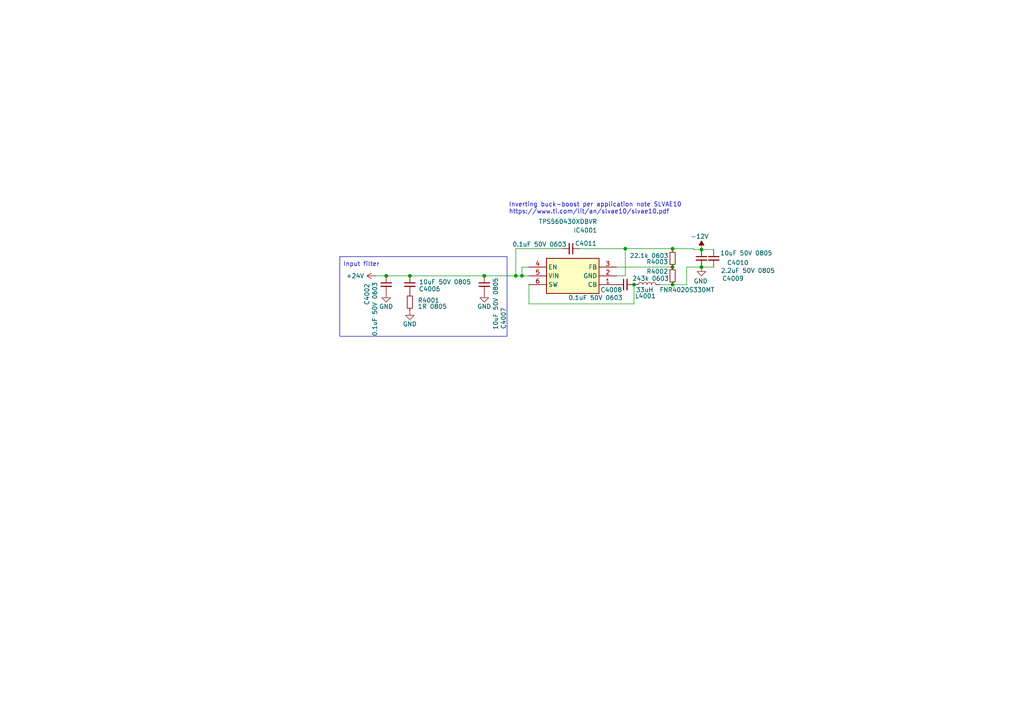
<source format=kicad_sch>
(kicad_sch (version 20231120) (generator "eeschema") (generator_version "8.0")
  (paper "A4")
  (lib_symbols
    (symbol "C_Small_1" (pin_numbers hide) (pin_names (offset 0.254) hide)
      (property "Reference" "C12002" (at 10.922 -2.032 0))
      (property "Value" "10uF 50V 0805" (at 17.78 0.762 0))
      (symbol "C_Small_1_0_1"
        (polyline (pts (xy -1.524 -0.508) (xy 1.524 -0.508)) (stroke (width 0.3302)))
        (polyline (pts (xy -1.524 0.508) (xy 1.524 0.508)) (stroke (width 0.3048)))
      )
      (symbol "C_Small_1_1_1"
        (pin passive line (at 0 2.54 270) (length 2.032) (name "~") (number "1"))
        (pin passive line (at 0 -2.54 90) (length 2.032) (name "~") (number "2"))
      )
    )
    (symbol "C_Small_2" (pin_numbers hide) (pin_names (offset 0.254) hide)
      (property "Reference" "C12003" (at 10.922 -2.032 0))
      (property "Value" "10uF 50V 0805" (at 17.78 0.762 0))
      (symbol "C_Small_2_0_1"
        (polyline (pts (xy -1.524 -0.508) (xy 1.524 -0.508)) (stroke (width 0.3302)))
        (polyline (pts (xy -1.524 0.508) (xy 1.524 0.508)) (stroke (width 0.3048)))
      )
      (symbol "C_Small_2_1_1"
        (pin passive line (at 0 2.54 270) (length 2.032) (name "~") (number "1"))
        (pin passive line (at 0 -2.54 90) (length 2.032) (name "~") (number "2"))
      )
    )
    (symbol "Device:C_Small" (pin_numbers hide) (pin_names (offset 0.254) hide)
      (property "Reference" "C" (at 0.254 1.778 0))
      (property "Value" "C_Small" (at 0.254 -2.032 0))
      (symbol "C_Small_0_1"
        (polyline (pts (xy -1.524 -0.508) (xy 1.524 -0.508)) (stroke (width 0.3302)))
        (polyline (pts (xy -1.524 0.508) (xy 1.524 0.508)) (stroke (width 0.3048)))
      )
      (symbol "C_Small_1_1"
        (pin passive line (at 0 2.54 270) (length 2.032) (name "~") (number "1"))
        (pin passive line (at 0 -2.54 90) (length 2.032) (name "~") (number "2"))
      )
    )
    (symbol "Device:L" (pin_numbers hide) (pin_names (offset 1.016) hide)
      (property "Reference" "L" (at -1.27 0 90))
      (property "Value" "L" (at 1.905 0 90))
      (symbol "L_0_1"
        (arc (start 0 -2.54) (mid 0.6323 -1.905) (end 0 -1.27))
        (arc (start 0 -1.27) (mid 0.6323 -0.635) (end 0 0))
        (arc (start 0 0) (mid 0.6323 0.635) (end 0 1.27))
        (arc (start 0 1.27) (mid 0.6323 1.905) (end 0 2.54))
      )
      (symbol "L_1_1"
        (pin passive line (at 0 3.81 270) (length 1.27) (name "1") (number "1"))
        (pin passive line (at 0 -3.81 90) (length 1.27) (name "2") (number "2"))
      )
    )
    (symbol "Device:R_Small" (pin_numbers hide) (pin_names (offset 0.254) hide)
      (property "Reference" "R" (at 0.762 0.508 0))
      (property "Value" "R_Small" (at 0.762 -1.016 0))
      (symbol "R_Small_0_1"
        (rectangle (start -0.762 1.778) (end 0.762 -1.778) (stroke (width 0.2032)))
      )
      (symbol "R_Small_1_1"
        (pin passive line (at 0 2.54 270) (length 0.762) (name "~") (number "1"))
        (pin passive line (at 0 -2.54 90) (length 0.762) (name "~") (number "2"))
      )
    )
    (symbol "R_Small_1" (pin_numbers hide) (pin_names (offset 0.254) hide)
      (property "Reference" "R12003" (at 2.286 1.2701 0))
      (property "Value" "1R 0805" (at 2.286 -1.2699 0))
      (symbol "R_Small_1_0_1"
        (rectangle (start -0.762 1.778) (end 0.762 -1.778) (stroke (width 0.2032)))
      )
      (symbol "R_Small_1_1_1"
        (pin passive line (at 0 2.54 270) (length 0.762) (name "~") (number "1"))
        (pin passive line (at 0 -2.54 90) (length 0.762) (name "~") (number "2"))
      )
    )
    (symbol "aaa:TPS560430XDBVR"
      (property "Reference" "IC12001" (at 5.08 -11.176 0))
      (property "Value" "TPS560430XDBVR" (at 5.08 -13.716 0))
      (symbol "TPS560430XDBVR_1_1"
        (rectangle (start 5.08 2.54) (end 20.32 -7.62) (stroke (width 0.254)) (fill (type background)))
        (pin passive line (at 0 0 0) (length 5.08) (name "CB") (number "1"))
        (pin passive line (at 0 -2.54 0) (length 5.08) (name "GND") (number "2"))
        (pin passive line (at 0 -5.08 0) (length 5.08) (name "FB") (number "3"))
        (pin passive line (at 25.4 -5.08 180) (length 5.08) (name "EN") (number "4"))
        (pin passive line (at 25.4 -2.54 180) (length 5.08) (name "VIN") (number "5"))
        (pin passive line (at 25.4 0 180) (length 5.08) (name "SW") (number "6"))
      )
    )
    (symbol "power:+24V" (power) (pin_numbers hide) (pin_names (offset 0) hide)
      (property "Value" "+24V" (at 0 3.556 0))
      (symbol "+24V_0_1"
        (polyline (pts (xy -0.762 1.27) (xy 0 2.54)))
        (polyline (pts (xy 0 0) (xy 0 2.54)))
        (polyline (pts (xy 0 2.54) (xy 0.762 1.27)))
      )
      (symbol "+24V_1_1"
        (pin power_in line (at 0 0 90) (length 0) (name "~") (number "1"))
      )
    )
    (symbol "power:-12V" (power) (pin_numbers hide) (pin_names (offset 0) hide)
      (property "Value" "-12V" (at 0 3.556 0))
      (symbol "-12V_0_0"
        (pin power_in line (at 0 0 90) (length 0) (name "~") (number "1"))
      )
      (symbol "-12V_0_1"
        (polyline (pts (xy 0 0) (xy 0 1.27) (xy 0.762 1.27) (xy 0 2.54) (xy -0.762 1.27) (xy 0 1.27)) (fill (type outline)))
      )
    )
    (symbol "power:GND" (power) (pin_names (offset 0))
      (property "Value" "GND" (at 0 -3.81 0))
      (symbol "GND_0_1"
        (polyline (pts (xy 0 0) (xy 0 -1.27) (xy 1.27 -1.27) (xy 0 -2.54) (xy -1.27 -1.27) (xy 0 -1.27)))
      )
      (symbol "GND_1_1"
        (pin power_in line (at 0 0 270) (length 0) hide (name "GND") (number "1"))
      )
    )
  )
  (junction (at 195.072 77.47))
  (junction (at 149.606 80.01))
  (junction (at 118.872 80.01))
  (junction (at 112.014 80.01))
  (junction (at 195.072 72.136))
  (junction (at 195.072 82.55))
  (junction (at 183.896 82.55))
  (junction (at 181.356 72.136))
  (junction (at 140.462 80.01))
  (junction (at 203.454 72.39))
  (junction (at 203.454 77.47))
  (junction (at 151.384 80.01))
  (wire (pts (xy 203.454 72.39) (xy 207.01 72.39)))
  (wire (pts (xy 191.516 82.55) (xy 195.072 82.55)))
  (wire (pts (xy 118.872 80.01) (xy 140.462 80.01)))
  (wire (pts (xy 201.168 72.39) (xy 203.454 72.39)))
  (wire (pts (xy 153.416 88.138) (xy 183.896 88.138)))
  (wire (pts (xy 153.416 82.55) (xy 153.416 88.138)))
  (wire (pts (xy 178.816 77.47) (xy 195.072 77.47)))
  (wire (pts (xy 183.896 88.138) (xy 183.896 82.55)))
  (wire (pts (xy 149.606 72.136) (xy 163.068 72.136)))
  (wire (pts (xy 149.606 72.136) (xy 149.606 80.01)))
  (wire (pts (xy 181.356 80.01) (xy 178.816 80.01)))
  (wire (pts (xy 195.072 72.136) (xy 181.356 72.136)))
  (wire (pts (xy 201.168 72.136) (xy 201.168 72.39)))
  (wire (pts (xy 151.384 77.47) (xy 151.384 80.01)))
  (wire (pts (xy 195.072 82.55) (xy 199.136 82.55)))
  (wire (pts (xy 168.148 72.136) (xy 181.356 72.136)))
  (wire (pts (xy 153.416 77.47) (xy 151.384 77.47)))
  (wire (pts (xy 149.606 80.01) (xy 151.384 80.01)))
  (wire (pts (xy 203.454 77.47) (xy 207.01 77.47)))
  (wire (pts (xy 199.136 82.55) (xy 199.136 77.47)))
  (wire (pts (xy 112.014 80.01) (xy 108.966 80.01)))
  (wire (pts (xy 118.872 80.01) (xy 112.014 80.01)))
  (wire (pts (xy 151.384 80.01) (xy 153.416 80.01)))
  (wire (pts (xy 181.356 72.136) (xy 181.356 80.01)))
  (wire (pts (xy 199.136 77.47) (xy 203.454 77.47)))
  (wire (pts (xy 195.072 72.39) (xy 195.072 72.136)))
  (wire (pts (xy 140.462 80.01) (xy 149.606 80.01)))
  (wire (pts (xy 195.072 72.136) (xy 201.168 72.136)))
  (rectangle (start 98.552 74.422) (end 147.066 97.536))
  (text "Inverting buck-boost per application note SLVAE10 \nhttps://www.ti.com/lit/an/slvae10/slvae10.pdf" (at 147.574 62.23 0) (effects (font (size 1.27 1.27)) (justify left bottom)))
  (text "Input filter" (at 99.568 77.47 0) (effects (font (size 1.27 1.27)) (justify left bottom)))
  (symbol (lib_id "Device:C_Small") (at 112.014 82.55 0) (unit 1)
    (property "Reference" "C4002" (at 106.426 85.344 90))
    (property "Value" "0.1uF 50V 0603" (at 108.712 89.662 90))
    (property "Footprint" "Capacitor_SMD:C_0603_1608Metric" (effects (hide yes)))
    (property "Description" "Unpolarized capacitor, small symbol" (effects (hide yes)))
    (property "LCSC" "C14663" (effects (hide yes)))
    (instances (project "stm32h7_base" (path "" (reference "C4002") (unit 1))) (project "analog_i" (path "" (reference "C14002") (unit 1))))
  )
  (symbol (lib_id "Device:C_Small") (at 181.356 82.55 90) (unit 1)
    (property "Reference" "C4008" (at 177.292 84.074 90))
    (property "Value" "0.1uF 50V 0603" (at 172.72 86.36 90))
    (property "Footprint" "Capacitor_SMD:C_0603_1608Metric" (effects (hide yes)))
    (property "Description" "Unpolarized capacitor, small symbol" (effects (hide yes)))
    (property "LCSC" "C14663" (effects (hide yes)))
    (instances (project "stm32h7_base" (path "" (reference "C4008") (unit 1))) (project "analog_i" (path "" (reference "C14006") (unit 1))))
  )
  (symbol (lib_name "C_Small_2") (lib_id "Device:C_Small") (at 140.462 82.55 0) (unit 1)
    (property "Reference" "C4007" (at 146.05 89.154 90) (effects (justify right)))
    (property "Value" "10uF 50V 0805" (at 143.764 80.518 90) (effects (justify right)))
    (property "Footprint" "Capacitor_SMD:C_0805_2012Metric" (effects (hide yes)))
    (property "LCSC" "C440198" (effects (hide yes)))
    (instances (project "stm32h7_base" (path "" (reference "C4007") (unit 1))) (project "analog_i" (path "" (reference "C14004") (unit 1))))
  )
  (symbol (lib_name "C_Small_1") (lib_id "Device:C_Small") (at 118.872 82.55 0) (unit 1)
    (property "Reference" "C4006" (at 127.762 83.82 0) (effects (justify right)))
    (property "Value" "10uF 50V 0805" (at 136.652 81.788 0) (effects (justify right)))
    (property "Footprint" "Capacitor_SMD:C_0805_2012Metric" (effects (hide yes)))
    (property "LCSC" "C440198" (effects (hide yes)))
    (instances (project "stm32h7_base" (path "" (reference "C4006") (unit 1))) (project "analog_i" (path "" (reference "C14003") (unit 1))))
  )
  (symbol (lib_id "Device:C_Small") (at 207.01 74.93 0) (unit 1)
    (property "Reference" "C4010" (at 217.17 76.2 0) (effects (justify right)))
    (property "Value" "10uF 50V 0805" (at 224.028 73.406 0) (effects (justify right)))
    (property "Footprint" "Capacitor_SMD:C_0805_2012Metric" (effects (hide yes)))
    (property "LCSC" "C440198" (effects (hide yes)))
    (instances (project "stm32h7_base" (path "" (reference "C4010") (unit 1))) (project "analog_i" (path "" (reference "C14008") (unit 1))))
  )
  (symbol (lib_id "Device:C_Small") (at 165.608 72.136 270) (unit 1)
    (property "Reference" "C4011" (at 169.926 70.612 90))
    (property "Value" "0.1uF 50V 0603" (at 156.464 70.866 90))
    (property "Footprint" "Capacitor_SMD:C_0603_1608Metric" (effects (hide yes)))
    (property "Description" "Unpolarized capacitor, small symbol" (effects (hide yes)))
    (property "LCSC" "C14663" (effects (hide yes)))
    (instances (project "stm32h7_base" (path "" (reference "C4011") (unit 1))) (project "analog_i" (path "" (reference "C14005") (unit 1))))
  )
  (symbol (lib_id "Device:L") (at 187.706 82.55 90) (unit 1)
    (property "Reference" "L4001" (at 187.198 85.852 90))
    (property "Value" "33uH  FNR4020S330MT" (at 195.834 84.074 90))
    (property "Footprint" "aaa:INDPM4040X300N" (effects (hide yes)))
    (property "Description" "Inductor" (effects (hide yes)))
    (property "LCSC" "C167840" (effects (hide yes)))
    (instances (project "stm32h7_base" (path "" (reference "L4001") (unit 1))) (project "analog_i" (path "" (reference "L14001") (unit 1))))
  )
  (symbol (lib_id "power:-12V") (at 203.454 72.39 0) (unit 1)
    (property "Reference" "#PWR4011" (effects (hide yes)))
    (property "Value" "-12V" (at 202.946 68.58 0))
    (property "Description" "Power symbol creates a global label with name \"-12V\"" (effects (hide yes)))
    (instances (project "" (path "" (reference "#PWR4011") (unit 1))) (project "analog_i" (path "" (reference "#PWR171") (unit 1))))
  )
  (symbol (lib_name "R_Small_1") (lib_id "Device:R_Small") (at 118.872 87.63 0) (unit 1)
    (property "Reference" "R4001" (at 121.158 87.122 0) (effects (justify left)))
    (property "Value" "1R 0805" (at 121.158 88.8999 0) (effects (justify left)))
    (property "Footprint" "Resistor_SMD:R_0805_2012Metric" (effects (hide yes)))
    (property "Description" "Resistor, small symbol" (effects (hide yes)))
    (property "LCSC" "C25271" (effects (hide yes)))
    (instances (project "stm32h7_base" (path "" (reference "R4001") (unit 1))) (project "analog_i" (path "" (reference "R14003") (unit 1))))
  )
  (symbol (lib_id "power:GND") (at 203.454 77.47 0) (mirror y) (unit 1)
    (property "Reference" "#PWR4008" (effects (hide yes)))
    (property "Value" "GND" (at 201.168 81.534 0) (effects (justify right)))
    (instances (project "stm32h7_base" (path "" (reference "#PWR4008") (unit 1))) (project "analog_i" (path "" (reference "#PWR172") (unit 1))))
  )
  (symbol (lib_id "power:+24V") (at 108.966 80.01 90) (unit 1)
    (property "Reference" "#PWR4004" (effects (hide yes)))
    (property "Value" "+24V" (at 105.664 80.0099 90) (effects (justify left)))
    (property "Description" "Power symbol creates a global label with name \"+24V\"" (effects (hide yes)))
    (instances (project "stm32h7_base" (path "" (reference "#PWR4004") (unit 1))) (project "analog_i" (path "" (reference "#PWR174") (unit 1))))
  )
  (symbol (lib_id "Device:R_Small") (at 195.072 74.93 180) (unit 1)
    (property "Reference" "R4003" (at 187.452 75.946 0) (effects (justify right)))
    (property "Value" "22.1k 0603" (at 182.626 74.168 0) (effects (justify right)))
    (property "Footprint" "Resistor_SMD:R_0603_1608Metric" (effects (hide yes)))
    (property "Description" "Resistor, small symbol" (effects (hide yes)))
    (property "LCSC" "C25961" (effects (hide yes)))
    (instances (project "stm32h7_base" (path "" (reference "R4003") (unit 1))) (project "analog_i" (path "" (reference "R14004") (unit 1))))
  )
  (symbol (lib_id "aaa:TPS560430XDBVR") (at 178.816 82.55 180) (unit 1)
    (property "Reference" "IC4001" (at 173.228 66.802 0) (effects (justify left)))
    (property "Value" "TPS560430XDBVR" (at 173.228 64.262 0) (effects (justify left)))
    (property "Footprint" "Package_TO_SOT_SMD:SOT-23-6" (effects (hide yes)))
    (property "Datasheet" "http://www.ti.com/lit/gpn/tps560430" (effects (hide yes)))
    (property "Description" "SIMPLE SWITCHER 36-V, 600-mA Buck Regulator With High-Efficiency Sleep Mode" (effects (hide yes)))
    (property "Height" "1.45" (effects (hide yes)))
    (property "Manufacturer_Name" "Texas Instruments" (effects (hide yes)))
    (property "Manufacturer_Part_Number" "TPS560430XDBVR" (effects (hide yes)))
    (property "Mouser Part Number" "595-TPS560430XDBVR" (effects (hide yes)))
    (property "Mouser Price/Stock" "https://www.mouser.co.uk/ProductDetail/Texas-Instruments/TPS560430XDBVR?qs=%252BEew9%252B0nqrDFUDwUxL0Ntw%3D%3D" (effects (hide yes)))
    (property "Arrow Part Number" "TPS560430XDBVR" (effects (hide yes)))
    (property "Arrow Price/Stock" "https://www.arrow.com/en/products/tps560430xdbvr/texas-instruments?region=nac" (effects (hide yes)))
    (instances (project "stm32h7_base" (path "" (reference "IC4001") (unit 1))) (project "analog_i" (path "" (reference "IC14001") (unit 1))))
  )
  (symbol (lib_id "power:GND") (at 140.462 85.09 0) (unit 1)
    (property "Reference" "#PWR4007" (effects (hide yes)))
    (property "Value" "GND" (at 142.494 88.9 0) (effects (justify right)))
    (instances (project "stm32h7_base" (path "" (reference "#PWR4007") (unit 1))) (project "analog_i" (path "" (reference "#PWR173") (unit 1))))
  )
  (symbol (lib_id "Device:C_Small") (at 203.454 74.93 0) (unit 1)
    (property "Reference" "C4009" (at 212.598 80.772 0))
    (property "Value" "2.2uF 50V 0805" (at 216.916 78.486 0))
    (property "Footprint" "Capacitor_SMD:C_0805_2012Metric" (effects (hide yes)))
    (property "LCSC" "C377773" (effects (hide yes)))
    (instances (project "stm32h7_base" (path "" (reference "C4009") (unit 1))) (project "analog_i" (path "" (reference "C14007") (unit 1))))
  )
  (symbol (lib_id "Device:R_Small") (at 195.072 80.01 180) (unit 1)
    (property "Reference" "R4002" (at 193.802 78.74 0) (effects (justify left)))
    (property "Value" "243k 0603" (at 194.056 80.772 0) (effects (justify left)))
    (property "Footprint" "Resistor_SMD:R_0603_1608Metric" (effects (hide yes)))
    (property "Description" "Resistor, small symbol" (effects (hide yes)))
    (property "LCSC" "C23351" (effects (hide yes)))
    (instances (project "stm32h7_base" (path "" (reference "R4002") (unit 1))) (project "analog_i" (path "" (reference "R14005") (unit 1))))
  )
  (symbol (lib_id "power:GND") (at 118.872 90.17 0) (unit 1)
    (property "Reference" "#PWR4006" (effects (hide yes)))
    (property "Value" "GND" (at 120.904 93.98 0) (effects (justify right)))
    (instances (project "stm32h7_base" (path "" (reference "#PWR4006") (unit 1))) (project "analog_i" (path "" (reference "#PWR176") (unit 1))))
  )
  (symbol (lib_id "power:GND") (at 112.014 85.09 0) (unit 1)
    (property "Reference" "#PWR4005" (effects (hide yes)))
    (property "Value" "GND" (at 114.046 88.9 0) (effects (justify right)))
    (instances (project "stm32h7_base" (path "" (reference "#PWR4005") (unit 1))) (project "analog_i" (path "" (reference "#PWR178") (unit 1))))
  )
)
</source>
